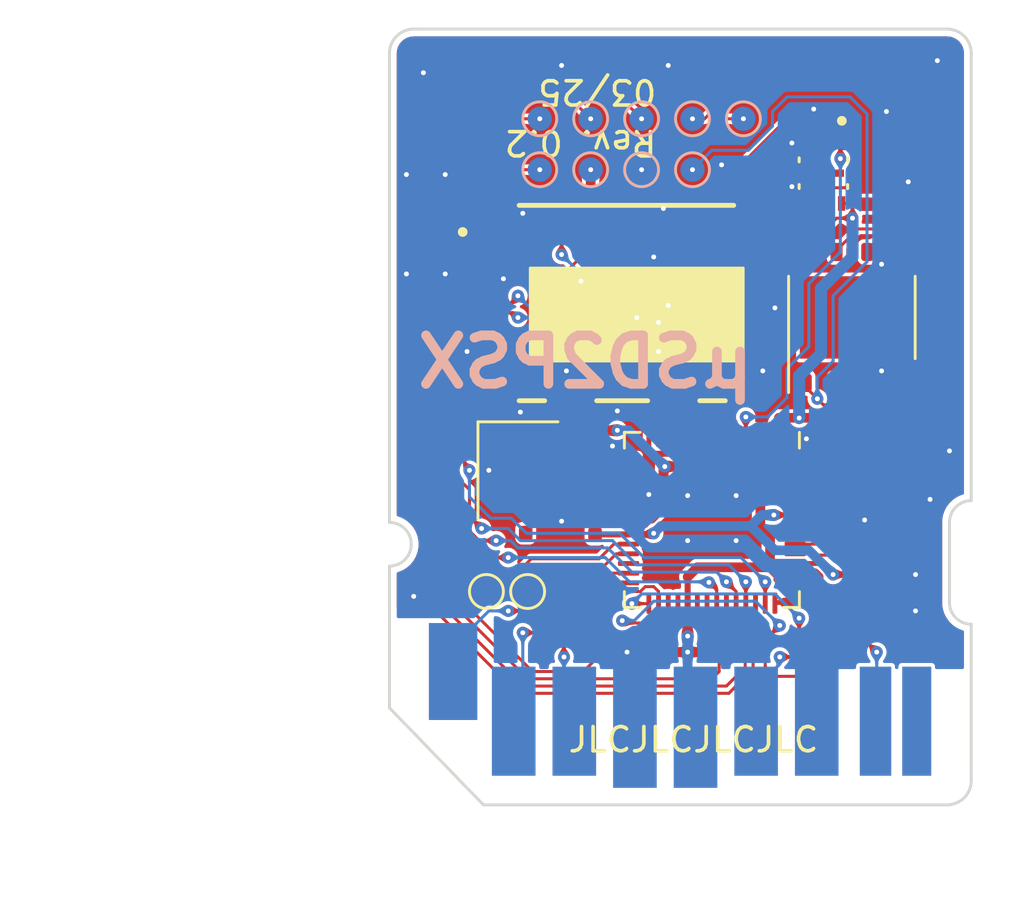
<source format=kicad_pcb>
(kicad_pcb (version 20221018) (generator pcbnew)
  (layers (0 "F.Cu" signal) (31 "B.Cu" signal) (34 "B.Paste" user) (35 "F.Paste" user) (36 "B.SilkS" user "B.Silkscreen") (37 "F.SilkS" user "F.Silkscreen") (38 "B.Mask" user) (39 "F.Mask" user) (44 "Edge.Cuts" user))
  (net 0 "")
  (net 1 "Net-(C102-Pad2)")
  (net 2 "Net-(U102-XOUT)")
  (net 3 "GND")
  (net 4 "+3V3")
  (net 5 "+1V1")
  (net 6 "/UART_TX")
  (net 7 "/UART_RX")
  (net 8 "/OLED_SCL")
  (net 9 "/OLED_SDA")
  (net 11 "/QSPI_SS")
  (net 12 "/USB_IN_DP")
  (net 13 "/USB_DP")
  (net 14 "/USB_IN_DN")
  (net 15 "/USB_DN")
  (net 16 "Net-(U102-XIN)")
  (net 17 "Net-(U102-GPIO16)")
  (net 18 "Net-(U102-GPIO17)")
  (net 19 "Net-(U102-GPIO18)")
  (net 20 "Net-(U102-GPIO19)")
  (net 21 "Net-(U102-GPIO20)")
  (net 22 "/QSPI_IO1")
  (net 23 "/QSPI_IO2")
  (net 24 "/QSPI_IO0")
  (net 25 "/QSPI_CLK")
  (net 26 "/QSPI_IO3")
  (net 32 "/SW1")
  (net 33 "/SW2")
  (net 34 "/PSRAM_CS")
  (net 35 "/PSRAM_IO1")
  (net 36 "/PSRAM_IO2")
  (net 37 "/PSRAM_IO0")
  (net 40 "/PSRAM_CLK")
  (net 41 "/PSRAM_IO3")
  (net 44 "/SYS_SWCLK")
  (net 45 "/SYS_SWDIO")
  (net 48 "/ATT")
  (net 49 "/CMD")
  (net 50 "/CLK")
  (net 51 "/DATA")
  (net 52 "/ACK")
  (net 56 "/SD_CS")
  (net 57 "/SD_MOSI")
  (net 58 "/SD_CLK")
  (net 59 "/SD_MISO")
  (footprint "PS2:R_0402_1005Metric" (layer "F.Cu") (at 119.1 76.84445 -90)
    (fp_text reference "R102")
    (fp_text value "22R")
  )
  (footprint "PS2:R_0402_1005Metric" (layer "F.Cu") (at 116.8 82.1 -90)
    (fp_text reference "R109")
    (fp_text value "22R")
  )
  (footprint "PS2:R_0402_1005Metric" (layer "F.Cu") (at 117.8 73.14445 -90)
    (fp_text reference "R101")
    (fp_text value "10k")
  )
  (footprint "TestPoint:TestPoint_Pad_D1.0mm" (layer "F.Cu") (at 104.5 79.8)
    (fp_text reference "J108")
    (fp_text value "SWD")
  )
  (footprint "PS2:GCT_MEM2085-00-115-00-A_REV0.2" (layer "F.Cu") (at 108.4 67.9 180)
    (fp_text reference "J114" hide)
    (fp_text value "MEM2085-00-115-00-A_REV0.2")
  )
  (footprint "PS2:C_0402_1005Metric" (layer "F.Cu") (at 106.8 77.44445 180)
    (fp_text reference "C105")
    (fp_text value "100n")
  )
  (footprint "PS2:C_0402_1005Metric" (layer "F.Cu") (at 119.5 63.34445 90)
    (fp_text reference "C101")
    (fp_text value "100n")
  )
  (footprint "PS2:R_0402_1005Metric" (layer "F.Cu") (at 120.1 76.8 -90)
    (fp_text reference "R103")
    (fp_text value "22R")
  )
  (footprint "PS2:C_0402_1005Metric" (layer "F.Cu") (at 117.4 76.34445)
    (fp_text reference "C106")
    (fp_text value "100n")
  )
  (footprint "PS2:R_0402_1005Metric" (layer "F.Cu") (at 115.8 82.1 90)
    (fp_text reference "R107")
    (fp_text value "100R")
  )
  (footprint "TestPoint:TestPoint_Pad_D1.0mm" (layer "F.Cu") (at 102.8 79.8)
    (fp_text reference "J107")
    (fp_text value "SWC")
  )
  (footprint "Crystal:Crystal_SMD_3225-4Pin_3.2x2.5mm" (layer "F.Cu") (at 104.1 74.8 -90)
    (fp_text reference "Y101")
    (fp_text value "12MHz")
  )
  (footprint "PS2:C_0402_1005Metric" (layer "F.Cu") (at 109.9 82.3 180)
    (fp_text reference "C13")
    (fp_text value "100n")
  )
  (footprint "PS2:C_0402_1005Metric" (layer "F.Cu") (at 107.4 73.64445 -90)
    (fp_text reference "C112")
    (fp_text value "100n")
  )
  (footprint "PS2:C_0603_1608Metric" (layer "F.Cu") (at 118.8 80.6)
    (fp_text reference "C114")
    (fp_text value "1u")
  )
  (footprint "PS2:C_0402_1005Metric" (layer "F.Cu") (at 116.8 73.14445 -90)
    (fp_text reference "C109")
    (fp_text value "100n")
  )
  (footprint "PS2:IC_W25Q16JVUXIQ_TR" (layer "F.Cu") (at 116.7 62.54445 -90)
    (fp_text reference "U4")
    (fp_text value "LY68L6400SLIT")
  )
  (footprint "PS2:C_0402_1005Metric" (layer "F.Cu") (at 117.4 77.34445)
    (fp_text reference "C111")
    (fp_text value "100n")
  )
  (footprint "PS2:R_0402_1005Metric" (layer "F.Cu") (at 106.5 79.8)
    (fp_text reference "R105")
    (fp_text value "22R")
  )
  (footprint "PS2:C_0402_1005Metric" (layer "F.Cu") (at 104.9 77.4 180)
    (fp_text reference "C103")
    (fp_text value "15p")
  )
  (footprint "PS2:R_0402_1005Metric" (layer "F.Cu") (at 106.5 81.8)
    (fp_text reference "R108")
    (fp_text value "100R")
  )
  (footprint "PS2:C_0402_1005Metric" (layer "F.Cu") (at 106.4 73.64445 -90)
    (fp_text reference "C102")
    (fp_text value "15p")
  )
  (footprint "PS2:R_0402_1005Metric" (layer "F.Cu") (at 106.9 75.04445)
    (fp_text reference "R104")
    (fp_text value "1k")
  )
  (footprint "PS2:C_0402_1005Metric" (layer "F.Cu") (at 118.5 63.34445 90)
    (fp_text reference "C113")
    (fp_text value "100n")
  )
  (footprint "PS2:WSON-8-1EP_6x5mm_P1.27mm_EP3.4x4.3mm" (layer "F.Cu") (at 117.875 68.49445 90)
    (fp_text reference "U101")
    (fp_text value "W25Q16JVUXIQ")
  )
  (footprint "PS2:C_0402_1005Metric" (layer "F.Cu") (at 106.8 76.44445 180)
    (fp_text reference "C110")
    (fp_text value "100n")
  )
  (footprint "PS2:R_0402_1005Metric" (layer "F.Cu") (at 106.5 80.8)
    (fp_text reference "R106")
    (fp_text value "100R")
  )
  (footprint "PS2:C_0603_1608Metric" (layer "F.Cu") (at 118.8 79.1)
    (fp_text reference "C104")
    (fp_text value "1u")
  )
  (footprint "Package_DFN_QFN:QFN-56-1EP_7x7mm_P0.4mm_EP3.2x3.2mm" (layer "F.Cu") (at 112.1 76.84445 -90)
    (fp_text reference "U102")
    (fp_text value "RP2040")
  )
  (footprint "PS2:R_0402_1005Metric" (layer "F.Cu") (at 112.4 82.3)
    (fp_text reference "R9")
    (fp_text value "10k")
  )
  (footprint "TestPoint:TestPoint_Pad_D1.0mm" (layer "B.Cu") (at 107.1 60.3)
    (fp_text reference "J105")
    (fp_text value "SCL")
  )
  (footprint "TestPoint:TestPoint_Pad_D1.0mm" (layer "B.Cu") (at 109.2 60.3)
    (fp_text reference "J106")
    (fp_text value "SDA")
  )
  (footprint "TestPoint:TestPoint_Pad_D1.0mm" (layer "B.Cu") (at 111.3 62.4 180)
    (fp_text reference "J102")
    (fp_text value "BSEL")
  )
  (footprint "TestPoint:TestPoint_Pad_D1.0mm" (layer "B.Cu") (at 111.3 60.3 180)
    (fp_text reference "J111")
    (fp_text value "DN")
  )
  (footprint "TestPoint:TestPoint_Pad_D1.0mm" (layer "B.Cu") (at 109.2 62.4)
    (fp_text reference "J103")
    (fp_text value "GND")
  )
  (footprint "TestPoint:TestPoint_Pad_D1.0mm" (layer "B.Cu") (at 113.4 60.3 180)
    (fp_text reference "J110")
    (fp_text value "DP")
  )
  (footprint "PS2:SD_Pins" (layer "B.Cu") (at 110.8 85.15)
    (fp_text reference "J101")
    (fp_text value "PS2")
    (fp_line (start -12 -8.2) (end -12 -27.55) (stroke (width 0.12)) (layer "Edge.Cuts"))
    (fp_line (start -12 -6.4) (end -12 -0.55) (stroke (width 0.12)) (layer "Edge.Cuts"))
    (fp_line (start -8.125 3.45) (end -12 -0.55) (stroke (width 0.12)) (layer "Edge.Cuts"))
    (fp_line (start -8.125 3.45) (end 11 3.45) (stroke (width 0.12)) (layer "Edge.Cuts"))
    (fp_line (start 11 -28.55) (end -11 -28.55) (stroke (width 0.12)) (layer "Edge.Cuts"))
    (fp_line (start 11.1 -8.2) (end 11.1 -4.9) (stroke (width 0.12)) (layer "Edge.Cuts"))
    (fp_line (start 12 -9.1) (end 12 -27.55) (stroke (width 0.12)) (layer "Edge.Cuts"))
    (fp_line (start 12 -4) (end 12 2.45) (stroke (width 0.12)) (layer "Edge.Cuts"))
    (fp_arc (start -12 -27.55) (mid -11.707106 -28.257106) (end -11 -28.55) (stroke (width 0.12)) (layer "Edge.Cuts"))
    (fp_arc (start -12 -8.2) (mid -11.1 -7.3) (end -12 -6.4) (stroke (width 0.12)) (layer "Edge.Cuts"))
    (fp_arc (start 11 -28.55) (mid 11.707107 -28.257107) (end 12 -27.55) (stroke (width 0.12)) (layer "Edge.Cuts"))
    (fp_arc (start 11.1 -8.2) (mid 11.363604 -8.836396) (end 12 -9.1) (stroke (width 0.12)) (layer "Edge.Cuts"))
    (fp_arc (start 12 -4) (mid 11.363604 -4.263604) (end 11.1 -4.9) (stroke (width 0.12)) (layer "Edge.Cuts"))
    (fp_arc (start 12 2.45) (mid 11.707107 3.157107) (end 11 3.45) (stroke (width 0.12)) (layer "Edge.Cuts"))
  )
  (footprint "TestPoint:TestPoint_Pad_D1.0mm" (layer "B.Cu") (at 107.1 62.4)
    (fp_text reference "J104")
    (fp_text value "3V3")
  )
  (footprint "TestPoint:TestPoint_Pad_D1.0mm" (layer "B.Cu") (at 105 62.4 180)
    (fp_text reference "J112")
    (fp_text value "GND")
  )
  (footprint "TestPoint:TestPoint_Pad_D1.0mm" (layer "B.Cu") (at 105 60.3 180)
    (fp_text reference "J113")
    (fp_text value "3V3")
  )
  (gr_text "µSD2PSX" (at 114 71.5) (layer "B.SilkS") (effects (font (size 2 2) (thickness 0.4) bold) (justify left bottom mirror)))
  (gr_text "03/25" (at 109.9 58.6 180) (layer "F.SilkS") (effects (font (size 1 1)) (justify left bottom)))
  (gr_text "JLCJLCJLCJLC" (at 106.1 86.5) (layer "F.SilkS") (effects (font (size 1 1)) (justify left bottom)))
  (gr_text "Rev. 0.2" (at 109.9 60.7 180) (layer "F.SilkS") (effects (font (size 1 1)) (justify left bottom)))
  (segment (start 105.6 74.7) (end 105.94445 75.04445) (width 0.125) (layer "F.Cu") (net 1))
  (segment (start 105.94445 75.04445) (end 106.39 75.04445) (width 0.125) (layer "F.Cu") (net 1))
  (segment (start 103.35 73.7) (end 103.35 73.85) (width 0.125) (layer "F.Cu") (net 1))
  (segment (start 106.4 75.03445) (end 106.39 75.04445) (width 0.125) (layer "F.Cu") (net 1))
  (segment (start 103.35 73.85) (end 104.2 74.7) (width 0.125) (layer "F.Cu") (net 1))
  (segment (start 104.2 74.7) (end 105.6 74.7) (width 0.125) (layer "F.Cu") (net 1))
  (segment (start 106.4 74.12445) (end 106.4 75.03445) (width 0.125) (layer "F.Cu") (net 1))
  (segment (start 107.8 76.4) (end 108.04445 76.64445) (width 0.1) (layer "F.Cu") (net 2))
  (segment (start 107.8 75.975) (end 107.8 76.4) (width 0.1) (layer "F.Cu") (net 2))
  (segment (start 108.04445 76.64445) (end 108.6625 76.64445) (width 0.1) (layer "F.Cu") (net 2))
  (segment (start 105.05 75.9) (end 105.25 75.7) (width 0.125) (layer "F.Cu") (net 2))
  (segment (start 105.25 75.7) (end 107.525 75.7) (width 0.1) (layer "F.Cu") (net 2))
  (segment (start 107.525 75.7) (end 107.8 75.975) (width 0.1) (layer "F.Cu") (net 2))
  (segment (start 104.52 76.43) (end 105.05 75.9) (width 0.125) (layer "F.Cu") (net 2))
  (segment (start 104.52 77.4) (end 104.52 76.43) (width 0.125) (layer "F.Cu") (net 2))
  (segment (start 109.42 82.3) (end 108.6 82.3) (width 0.3) (layer "F.Cu") (net 3))
  (via (at 99.5 66.7) (size 0.5) (drill 0.2) (layers "F.Cu" "B.Cu") (net 3))
  (via (at 119.3 60) (size 0.5) (drill 0.2) (layers "F.Cu" "B.Cu") (net 3))
  (via (at 102 69.9) (size 0.5) (drill 0.2) (layers "F.Cu" "B.Cu") (net 3))
  (via (at 114.7 68.1) (size 0.5) (drill 0.2) (layers "F.Cu" "B.Cu") (net 3))
  (via (at 116.3 59.9) (size 0.5) (drill 0.2) (layers "F.Cu" "B.Cu") (net 3))
  (via (at 116 73.5) (size 0.5) (drill 0.2) (layers "F.Cu" "B.Cu") (net 3))
  (via (at 121.9 74) (size 0.5) (drill 0.2) (layers "F.Cu" "B.Cu") (net 3))
  (via (at 118.4 76.85) (size 0.5) (drill 0.2) (layers "F.Cu" "B.Cu") (net 3))
  (via (at 121.4 57.9) (size 0.5) (drill 0.2) (layers "F.Cu" "B.Cu") (net 3))
  (via (at 114.2 70.7) (size 0.5) (drill 0.2) (layers "F.Cu" "B.Cu") (net 3))
  (via (at 112.5 62.2) (size 0.5) (drill 0.2) (layers "F.Cu" "B.Cu") (net 3))
  (via (at 105.9 58.1) (size 0.5) (drill 0.2) (layers "F.Cu" "B.Cu") (net 3))
  (via (at 109.7 66) (size 0.5) (drill 0.2) (layers "F.Cu" "B.Cu") (net 3))
  (via (at 110.1 64) (size 0.5) (drill 0.2) (layers "F.Cu" "B.Cu") (net 3))
  (via (at 113.1 75.84445) (size 0.5) (drill 0.2) (layers "F.Cu" "B.Cu") (net 3))
  (via (at 120.2 62.9) (size 0.5) (drill 0.2) (layers "F.Cu" "B.Cu") (net 3))
  (via (at 101.1 66.7) (size 0.5) (drill 0.2) (layers "F.Cu" "B.Cu") (net 3))
  (via (at 121.1 76) (size 0.5) (drill 0.2) (layers "F.Cu" "B.Cu") (net 3))
  (via (at 103.5 66.9) (size 0.5) (drill 0.2) (layers "F.Cu" "B.Cu") (net 3))
  (via (at 108.2 72.35) (size 0.5) (drill 0.2) (layers "F.Cu" "B.Cu") (net 3))
  (via (at 109.2 62.4) (size 0.5) (drill 0.2) (layers "F.Cu" "B.Cu") (net 3))
  (via (at 120.5 79.1) (size 0.5) (drill 0.2) (layers "F.Cu" "B.Cu") (net 3))
  (via (at 120.5 80.6) (size 0.5) (drill 0.2) (layers "F.Cu" "B.Cu") (net 3))
  (via (at 106.1 70.7) (size 0.5) (drill 0.2) (layers "F.Cu" "B.Cu") (net 3))
  (via (at 110.3 58.1) (size 0.5) (drill 0.2) (layers "F.Cu" "B.Cu") (net 3))
  (via (at 113.1 77.7) (size 0.5) (drill 0.2) (layers "F.Cu" "B.Cu") (net 3))
  (via (at 99.8 80) (size 0.5) (drill 0.2) (layers "F.Cu" "B.Cu") (net 3))
  (via (at 115.4 63.1) (size 0.5) (drill 0.2) (layers "F.Cu" "B.Cu") (net 3))
  (via (at 119.1 70.7) (size 0.5) (drill 0.2) (layers "F.Cu" "B.Cu") (net 3))
  (via (at 109.9 69.9) (size 0.5) (drill 0.2) (layers "F.Cu" "B.Cu") (net 3))
  (via (at 101.1 62.6) (size 0.5) (drill 0.2) (layers "F.Cu" "B.Cu") (net 3))
  (via (at 111.1 75.84445) (size 0.5) (drill 0.2) (layers "F.Cu" "B.Cu") (net 3))
  (via (at 115.4 61.3) (size 0.5) (drill 0.2) (layers "F.Cu" "B.Cu") (net 3))
  (via (at 104.3 64.2) (size 0.5) (drill 0.2) (layers "F.Cu" "B.Cu") (net 3))
  (via (at 105.9 76.9) (size 0.5) (drill 0.2) (layers "F.Cu" "B.Cu") (net 3))
  (via (at 99.5 62.6) (size 0.5) (drill 0.2) (layers "F.Cu" "B.Cu") (net 3))
  (via (at 102.9 74.8) (size 0.5) (drill 0.2) (layers "F.Cu" "B.Cu") (net 3))
  (via (at 108.6 82.3) (size 0.5) (drill 0.2) (layers "F.Cu" "B.Cu") (net 3))
  (via (at 111.1 77.7) (size 0.5) (drill 0.2) (layers "F.Cu" "B.Cu") (net 3))
  (via (at 119.1 66.3) (size 0.5) (drill 0.2) (layers "F.Cu" "B.Cu") (net 3))
  (via (at 108 73.8) (size 0.5) (drill 0.2) (layers "F.Cu" "B.Cu") (net 3))
  (via (at 109.9 68.7) (size 0.5) (drill 0.2) (layers "F.Cu" "B.Cu") (net 3))
  (via (at 100.2 58.4) (size 0.5) (drill 0.2) (layers "F.Cu" "B.Cu") (net 3))
  (via (at 104.2 72.4) (size 0.5) (drill 0.2) (layers "F.Cu" "B.Cu") (net 3))
  (via (at 109.5 75.8) (size 0.5) (drill 0.2) (layers "F.Cu" "B.Cu") (net 3))
  (segment (start 107.32 71.12) (end 107.32 64.32) (width 0.4) (layer "F.Cu") (net 4))
  (segment (start 116.24445 77.04445) (end 116.3 77.1) (width 0.2) (layer "F.Cu") (net 4))
  (segment (start 107.38 76.52445) (end 107.38 76.44445) (width 0.3) (layer "F.Cu") (net 4))
  (segment (start 107.4 73.16445) (end 107.4 71.2) (width 0.4) (layer "F.Cu") (net 4))
  (segment (start 115.5375 79.44445) (end 114.87445 79.44445) (width 0.2) (layer "F.Cu") (net 4))
  (segment (start 114.1 74.64445) (end 114.1 77.1) (width 0.4) (layer "F.Cu") (net 4))
  (segment (start 110.15555 74.64445) (end 110.8 74.64445) (width 0.4) (layer "F.Cu") (net 4))
  (segment (start 111.1 80.28195) (end 111.1 81) (width 0.25) (layer "F.Cu") (net 4))
  (segment (start 114.74445 79.31445) (end 114.74445 79.04445) (width 0.2) (layer "F.Cu") (net 4))
  (segment (start 107.38 76.44445) (end 107.38 76.54445) (width 0.2) (layer "F.Cu") (net 4))
  (segment (start 109.35555 77.04445) (end 109.6 76.8) (width 0.25) (layer "F.Cu") (net 4))
  (segment (start 111.1 82.3) (end 110.68 82.3) (width 0.4) (layer "F.Cu") (net 4))
  (segment (start 111.5 78.8) (end 114.5 78.8) (width 0.4) (layer "F.Cu") (net 4))
  (segment (start 116.5 79.4) (end 116.45555 79.44445) (width 0.2) (layer "F.Cu") (net 4))
  (segment (start 114.55555 77.44445) (end 114.5 77.5) (width 0.2) (layer "F.Cu") (net 4))
  (segment (start 117.9 64.4) (end 117.9 63.79445) (width 0.125) (layer "F.Cu") (net 4))
  (segment (start 107.28 76.44445) (end 107.38 76.44445) (width 0.25) (layer "F.Cu") (net 4))
  (segment (start 110.8 74.64445) (end 111.05555 74.64445) (width 0.25) (layer "F.Cu") (net 4))
  (segment (start 116.34445 79.04445) (end 116.5 79.2) (width 0.4) (layer "F.Cu") (net 4))
  (segment (start 116.45555 79.44445) (end 115.5375 79.44445) (width 0.2) (layer "F.Cu") (net 4))
  (segment (start 114.728125 80.253825) (end 114.7 80.28195) (width 0.2) (layer "F.Cu") (net 4))
  (segment (start 114.5 77.5) (end 114.5 78.8) (width 0.4) (layer "F.Cu") (net 4))
  (segment (start 114.4 74.3) (end 114.7 74) (width 0.25) (layer "F.Cu") (net 4))
  (segment (start 115.5 80.253825) (end 116.6 80.253825) (width 0.4) (layer "F.Cu") (net 4))
  (segment (start 108.6625 77.04445) (end 109.35555 77.04445) (width 0.25) (layer "F.Cu") (net 4))
  (segment (start 114.5 78.8) (end 114.74445 79.04445) (width 0.4) (layer "F.Cu") (net 4))
  (segment (start 119.47 63.79445) (end 119.5 63.82445) (width 0.125) (layer "F.Cu") (net 4))
  (segment (start 116.34445 79.04445) (end 115.5375 79.04445) (width 0.2) (layer "F.Cu") (net 4))
  (segment (start 115.97 65.79445) (end 115.97 65.67445) (width 0.125) (layer "F.Cu") (net 4))
  (segment (start 117.45 63.79445) (end 119.47 63.79445) (width 0.125) (layer "F.Cu") (net 4))
  (segment (start 114.1 77.1) (end 114.5 77.5) (width 0.4) (layer "F.Cu") (net 4))
  (segment (start 117.9 63.79445) (end 119.47 63.79445) (width 0.125) (layer "F.Cu") (net 4))
  (segment (start 111.05555 74.64445) (end 111.1 74.6) (width 0.25) (layer "F.Cu") (net 4))
  (segment (start 115.1 80.253825) (end 115.5 80.253825) (width 0.4) (layer "F.Cu") (net 4))
  (segment (start 108.2 73.15) (end 108.18555 73.16445) (width 0.4) (layer "F.Cu") (net 4))
  (segment (start 108.21445 73.16445) (end 108.2 73.15) (width 0.4) (layer "F.Cu") (net 4))
  (segment (start 116.5 79.2) (end 116.5 79.4) (width 0.4) (layer "F.Cu") (net 4))
  (segment (start 115.97 65.67445) (end 117.24445 64.4) (width 0.125) (layer "F.Cu") (net 4))
  (segment (start 114.86555 72.63445) (end 114.7 72.8) (width 0.25) (layer "F.Cu") (net 4))
  (segment (start 111.1 80.28195) (end 111.1 79.2) (width 0.25) (layer "F.Cu") (net 4))
  (segment (start 116.853825 80.253825) (end 117.2 80.6) (width 0.4) (layer "F.Cu") (net 4))
  (segment (start 116.5 79.4) (end 116.5 80.153825) (width 0.4) (layer "F.Cu") (net 4))
  (segment (start 110.8 74.64445) (end 114.1 74.64445) (width 0.4) (layer "F.Cu") (net 4))
  (segment (start 116.3 77.1) (end 116.3 77.44445) (width 0.2) (layer "F.Cu") (net 4))
  (segment (start 114.7 72.8) (end 114.7 73.40695) (width 0.25) (layer "F.Cu") (net 4))
  (segment (start 108.18555 73.16445) (end 107.4 73.16445) (width 0.4) (layer "F.Cu") (net 4))
  (segment (start 114.87445 79.44445) (end 114.74445 79.31445) (width 0.2) (layer "F.Cu") (net 4))
  (segment (start 107.88 77.04445) (end 108.6625 77.04445) (width 0.2) (layer "F.Cu") (net 4))
  (segment (start 110.1 74.7) (end 110.1 76.3) (width 0.4) (layer "F.Cu") (net 4))
  (segment (start 117.24445 64.4) (end 117.9 64.4) (width 0.125) (layer "F.Cu") (net 4))
  (segment (start 107.38 76.64445) (end 107.38 76.44445) (width 0.2) (layer "F.Cu") (net 4))
  (segment (start 116.3 77.44445) (end 114.55555 77.44445) (width 0.2) (layer "F.Cu") (net 4))
  (segment (start 110.1 76.3) (end 109.6 76.8) (width 0.4) (layer "F.Cu") (net 4))
  (segment (start 115.5375 77.04445) (end 116.24445 77.04445) (width 0.2) (layer "F.Cu") (net 4))
  (segment (start 111.1 82.3) (end 111.89 82.3) (width 0.4) (layer "F.Cu") (net 4))
  (segment (start 111.1 74.6) (end 111.1 73.40695) (width 0.25) (layer "F.Cu") (net 4))
  (segment (start 111.1 81.64) (end 111.1 82.3) (width 0.4) (layer "F.Cu") (net 4))
  (segment (start 117.2 80.6) (end 118.025 80.6) (width 0.4) (layer "F.Cu") (net 4))
  (segment (start 114.7 74) (end 114.7 73.40695) (width 0.25) (layer "F.Cu") (net 4))
  (segment (start 111.1 79.2) (end 111.5 78.8) (width 0.4) (layer "F.Cu") (net 4))
  (segment (start 107.4 71.2) (end 107.32 71.12) (width 0.4) (layer "F.Cu") (net 4))
  (segment (start 116.5 80.153825) (end 116.6 80.253825) (width 0.2) (layer "F.Cu") (net 4))
  (segment (start 117.8 72.63445) (end 114.86555 72.63445) (width 0.4) (layer "F.Cu") (net 4))
  (segment (start 110.15555 74.64445) (end 110.1 74.7) (width 0.4) (layer "F.Cu") (net 4))
  (segment (start 107.1 64.1) (end 107.1 62.4) (width 0.4) (layer "F.Cu") (net 4))
  (segment (start 107.32 64.32) (end 107.1 64.1) (width 0.4) (layer "F.Cu") (net 4))
  (segment (start 114.4 74.34445) (end 114.1 74.64445) (width 0.4) (layer "F.Cu") (net 4))
  (segment (start 116.3 77.44445) (end 116.72 77.44445) (width 0.25) (layer "F.Cu") (net 4))
  (segment (start 111.1 81) (end 111.1 81.64) (width 0.4) (layer "F.Cu") (net 4))
  (segment (start 107.38 76.54445) (end 107.88 77.04445) (width 0.2) (layer "F.Cu") (net 4))
  (segment (start 114.74445 79.04445) (end 115.5375 79.04445) (width 0.2) (layer "F.Cu") (net 4))
  (segment (start 116.6 80.253825) (end 116.853825 80.253825) (width 0.4) (layer "F.Cu") (net 4))
  (segment (start 115.1 80.253825) (end 114.728125 80.253825) (width 0.2) (layer "F.Cu") (net 4))
  (via (at 111.1 82.3) (size 0.5) (drill 0.2) (layers "F.Cu" "B.Cu") (net 4))
  (via (at 115.7 72.64445) (size 0.5) (drill 0.2) (layers "F.Cu" "B.Cu") (net 4))
  (via (at 110.15555 74.64445) (size 0.5) (drill 0.2) (layers "F.Cu" "B.Cu") (net 4))
  (via (at 108.2 73.15) (size 0.5) (drill 0.2) (layers "F.Cu" "B.Cu") (net 4))
  (via (at 111.1 81.64) (size 0.5) (drill 0.2) (layers "F.Cu" "B.Cu") (net 4))
  (via (at 117.9 64.4) (size 0.5) (drill 0.2) (layers "F.Cu" "B.Cu") (net 4))
  (via (at 107.1 62.4) (size 0.5) (drill 0.2) (layers "F.Cu" "B.Cu") (net 4))
  (segment (start 111.1 82.3) (end 111.1 84.675) (width 0.4) (layer "B.Cu") (net 4))
  (segment (start 111.3 84.875) (end 110.9 84.875) (width 0.25) (layer "B.Cu") (net 4))
  (segment (start 111.1 84.675) (end 111.3 84.875) (width 0.4) (layer "B.Cu") (net 4))
  (segment (start 116.6 70) (end 115.7 70.9) (width 0.5) (layer "B.Cu") (net 4))
  (segment (start 117.9 64.4) (end 117.9 66) (width 0.5) (layer "B.Cu") (net 4))
  (segment (start 111.1 81.64) (end 111.1 82.3) (width 0.4) (layer "B.Cu") (net 4))
  (segment (start 115.7 70.9) (end 115.7 72.64445) (width 0.5) (layer "B.Cu") (net 4))
  (segment (start 116.6 67.3) (end 116.6 70) (width 0.5) (layer "B.Cu") (net 4))
  (segment (start 110.9 84.875) (end 111.425 85.4) (width 0.25) (layer "B.Cu") (net 4))
  (segment (start 117.9 66) (end 116.6 67.3) (width 0.5) (layer "B.Cu") (net 4))
  (segment (start 108.2 73.15) (end 108.6611 73.15) (width 0.4) (layer "B.Cu") (net 4))
  (segment (start 108.6611 73.15) (end 110.15555 74.64445) (width 0.4) (layer "B.Cu") (net 4))
  (segment (start 117.1 79.1) (end 116.64445 78.64445) (width 0.2) (layer "F.Cu") (net 5))
  (segment (start 117.1 79.1) (end 118.025 79.1) (width 0.25) (layer "F.Cu") (net 5))
  (segment (start 108.6625 77.44445) (end 107.53 77.44445) (width 0.25) (layer "F.Cu") (net 5))
  (segment (start 117.825 79.1) (end 118.025 79.1) (width 0.125) (layer "F.Cu") (net 5))
  (segment (start 109.65555 77.44445) (end 108.6625 77.44445) (width 0.25) (layer "F.Cu") (net 5))
  (segment (start 115.5375 76.64445) (end 116.62 76.64445) (width 0.2) (layer "F.Cu") (net 5))
  (segment (start 109.7 77.4) (end 109.65555 77.44445) (width 0.125) (layer "F.Cu") (net 5))
  (segment (start 116.62 76.64445) (end 116.92 76.34445) (width 0.2) (layer "F.Cu") (net 5))
  (segment (start 116.64445 78.64445) (end 115.5375 78.64445) (width 0.2) (layer "F.Cu") (net 5))
  (segment (start 107.53 77.44445) (end 107.38 77.59445) (width 0.125) (layer "F.Cu") (net 5))
  (segment (start 114.65555 76.64445) (end 115.5375 76.64445) (width 0.2) (layer "F.Cu") (net 5))
  (via (at 109.7 77.4) (size 0.5) (drill 0.2) (layers "F.Cu" "B.Cu") (net 5))
  (via (at 114.65555 76.64445) (size 0.5) (drill 0.2) (layers "F.Cu" "B.Cu") (net 5))
  (via (at 117.1 79.1) (size 0.5) (drill 0.2) (layers "F.Cu" "B.Cu") (net 5))
  (segment (start 114.15555 76.64445) (end 113.7 77.1) (width 0.4) (layer "B.Cu") (net 5))
  (segment (start 113.7 77.1) (end 110 77.1) (width 0.4) (layer "B.Cu") (net 5))
  (segment (start 114.65555 76.64445) (end 114.15555 76.64445) (width 0.4) (layer "B.Cu") (net 5))
  (segment (start 117.1 79.1) (end 116.1 78.1) (width 0.4) (layer "B.Cu") (net 5))
  (segment (start 116.1 78.1) (end 114.7 78.1) (width 0.4) (layer "B.Cu") (net 5))
  (segment (start 110 77.1) (end 109.7 77.4) (width 0.4) (layer "B.Cu") (net 5))
  (segment (start 114.7 78.1) (end 113.7 77.1) (width 0.4) (layer "B.Cu") (net 5))
  (segment (start 101.1 78.3) (end 101.1 80.5) (width 0.125) (layer "F.Cu") (net 8))
  (segment (start 107.1 60.3) (end 106 59.2) (width 0.125) (layer "F.Cu") (net 8))
  (segment (start 106 59.2) (end 103.7 59.2) (width 0.125) (layer "F.Cu") (net 8))
  (segment (start 100.65 76.35) (end 100.65 77.85) (width 0.125) (layer "F.Cu") (net 8))
  (segment (start 100.45 67.95) (end 100.1 68.3) (width 0.125) (layer "F.Cu") (net 8))
  (segment (start 112.7 80.9) (end 112.7 80.28195) (width 0.125) (layer "F.Cu") (net 8))
  (segment (start 103.7 59.2) (end 100.45 62.45) (width 0.125) (layer "F.Cu") (net 8))
  (segment (start 100.65 77.85) (end 101.1 78.3) (width 0.125) (layer "F.Cu") (net 8))
  (segment (start 113.475 81.675) (end 112.7 80.9) (width 0.125) (layer "F.Cu") (net 8))
  (segment (start 101.1 80.5) (end 104.3 83.7) (width 0.125) (layer "F.Cu") (net 8))
  (segment (start 112.7 83.7) (end 113.475 82.925) (width 0.125) (layer "F.Cu") (net 8))
  (segment (start 100.45 62.45) (end 100.45 67.95) (width 0.125) (layer "F.Cu") (net 8))
  (segment (start 100.1 75.8) (end 100.65 76.35) (width 0.125) (layer "F.Cu") (net 8))
  (segment (start 104.3 83.7) (end 112.7 83.7) (width 0.125) (layer "F.Cu") (net 8))
  (segment (start 113.475 82.925) (end 113.475 81.675) (width 0.125) (layer "F.Cu") (net 8))
  (segment (start 100.1 68.3) (end 100.1 75.8) (width 0.125) (layer "F.Cu") (net 8))
  (via (at 107.1 60.3) (size 0.5) (drill 0.2) (layers "F.Cu" "B.Cu") (net 8))
  (segment (start 100.362495 77.937505) (end 100.8 78.375009) (width 0.125) (layer "F.Cu") (net 9))
  (segment (start 100.8 78.375009) (end 100.8 80.7) (width 0.125) (layer "F.Cu") (net 9))
  (segment (start 113.9 80.9) (end 113.9 80.28195) (width 0.125) (layer "F.Cu") (net 9))
  (segment (start 113.8 81) (end 113.9 80.9) (width 0.125) (layer "F.Cu") (net 9))
  (segment (start 107.8 58.9) (end 103.5 58.9) (width 0.125) (layer "F.Cu") (net 9))
  (segment (start 100.362495 76.562495) (end 100.362495 77.937505) (width 0.125) (layer "F.Cu") (net 9))
  (segment (start 99.8 68.2) (end 99.8 76) (width 0.125) (layer "F.Cu") (net 9))
  (segment (start 109.2 60.3) (end 107.8 58.9) (width 0.125) (layer "F.Cu") (net 9))
  (segment (start 100.8 80.7) (end 104.1 84) (width 0.125) (layer "F.Cu") (net 9))
  (segment (start 100.1 67.9) (end 99.8 68.2) (width 0.125) (layer "F.Cu") (net 9))
  (segment (start 99.8 76) (end 100.362495 76.562495) (width 0.125) (layer "F.Cu") (net 9))
  (segment (start 103.5 58.9) (end 100.1 62.3) (width 0.125) (layer "F.Cu") (net 9))
  (segment (start 113.8 83) (end 113.8 81) (width 0.125) (layer "F.Cu") (net 9))
  (segment (start 112.8 84) (end 113.8 83) (width 0.125) (layer "F.Cu") (net 9))
  (segment (start 104.1 84) (end 112.8 84) (width 0.125) (layer "F.Cu") (net 9))
  (segment (start 100.1 62.3) (end 100.1 67.9) (width 0.125) (layer "F.Cu") (net 9))
  (via (at 109.2 60.3) (size 0.5) (drill 0.2) (layers "F.Cu" "B.Cu") (net 9))
  (segment (start 117.79 73.65445) (end 117.2 74.24445) (width 0.125) (layer "F.Cu") (net 11))
  (segment (start 115.97 71.37) (end 115.97 71.19445) (width 0.125) (layer "F.Cu") (net 11))
  (segment (start 115.97555 71.2) (end 115.97 71.19445) (width 0.125) (layer "F.Cu") (net 11))
  (segment (start 117.8 73.65445) (end 117.79 73.65445) (width 0.125) (layer "F.Cu") (net 11))
  (segment (start 117.8 73.65445) (end 118.5 72.95445) (width 0.125) (layer "F.Cu") (net 11))
  (segment (start 116.7 72.1) (end 115.97 71.37) (width 0.125) (layer "F.Cu") (net 11))
  (segment (start 118.5 72.95445) (end 118.5 72.4) (width 0.125) (layer "F.Cu") (net 11))
  (segment (start 115.5375 74.24445) (end 117.2 74.24445) (width 0.125) (layer "F.Cu") (net 11))
  (segment (start 118.2 72.1) (end 116.7 72.1) (width 0.125) (layer "F.Cu") (net 11))
  (segment (start 118.5 72.4) (end 118.2 72.1) (width 0.125) (layer "F.Cu") (net 11))
  (via (at 111.3 62.4) (size 0.5) (drill 0.2) (layers "F.Cu" "B.Cu") (net 11))
  (via (at 116.45 71.85) (size 0.5) (drill 0.2) (layers "F.Cu" "B.Cu") (net 11))
  (segment (start 114.6 60) (end 115.2 59.4) (width 0.125) (layer "B.Cu") (net 11))
  (segment (start 118.5 60.1) (end 118.5 66.2) (width 0.125) (layer "B.Cu") (net 11))
  (segment (start 115.2 59.4) (end 117.8 59.4) (width 0.125) (layer "B.Cu") (net 11))
  (segment (start 118.5 66.2) (end 117.1 67.6) (width 0.125) (layer "B.Cu") (net 11))
  (segment (start 117.1 67.6) (end 117.1 70.3) (width 0.125) (layer "B.Cu") (net 11))
  (segment (start 113.6 61.6) (end 114.6 60.6) (width 0.125) (layer "B.Cu") (net 11))
  (segment (start 117.8 59.4) (end 118.5 60.1) (width 0.125) (layer "B.Cu") (net 11))
  (segment (start 116.45 70.95) (end 116.45 71.85) (width 0.125) (layer "B.Cu") (net 11))
  (segment (start 111.3 62.4) (end 112.1 61.6) (width 0.125) (layer "B.Cu") (net 11))
  (segment (start 114.6 60.6) (end 114.6 60) (width 0.125) (layer "B.Cu") (net 11))
  (segment (start 117.1 70.3) (end 116.45 70.95) (width 0.125) (layer "B.Cu") (net 11))
  (segment (start 112.1 61.6) (end 113.6 61.6) (width 0.125) (layer "B.Cu") (net 11))
  (segment (start 119.5 76.1) (end 119.26555 76.33445) (width 0.125) (layer "F.Cu") (net 12))
  (segment (start 119.5 75.7) (end 119.5 76.1) (width 0.125) (layer "F.Cu") (net 12))
  (segment (start 121.6 61) (end 121.6 72.6) (width 0.125) (layer "F.Cu") (net 12))
  (segment (start 120.8 74.4) (end 119.5 75.7) (width 0.125) (layer "F.Cu") (net 12))
  (segment (start 121.6 72.6) (end 120.8 73.4) (width 0.125) (layer "F.Cu") (net 12))
  (segment (start 112.4 59.5) (end 113 58.9) (width 0.125) (layer "F.Cu") (net 12))
  (segment (start 119.26555 76.33445) (end 119.1 76.33445) (width 0.125) (layer "F.Cu") (net 12))
  (segment (start 119.5 58.9) (end 121.6 61) (width 0.125) (layer "F.Cu") (net 12))
  (segment (start 112.4 60) (end 112.4 59.5) (width 0.125) (layer "F.Cu") (net 12))
  (segment (start 113.4 60.3) (end 112.7 60.3) (width 0.125) (layer "F.Cu") (net 12))
  (segment (start 118.9 76.33445) (end 119.06555 76.33445) (width 0.125) (layer "F.Cu") (net 12))
  (segment (start 120.8 73.4) (end 120.8 74.4) (width 0.125) (layer "F.Cu") (net 12))
  (segment (start 112.7 60.3) (end 112.4 60) (width 0.125) (layer "F.Cu") (net 12))
  (segment (start 113 58.9) (end 119.5 58.9) (width 0.125) (layer "F.Cu") (net 12))
  (via (at 113.4 60.3) (size 0.5) (drill 0.2) (layers "F.Cu" "B.Cu") (net 12))
  (segment (start 119.4 77.65445) (end 119.1 77.35445) (width 0.125) (layer "F.Cu") (net 13))
  (segment (start 119.2 78) (end 119.4 77.8) (width 0.125) (layer "F.Cu") (net 13))
  (segment (start 119.4 77.8) (end 119.4 77.65445) (width 0.125) (layer "F.Cu") (net 13))
  (segment (start 116.6 78) (end 119.2 78) (width 0.125) (layer "F.Cu") (net 13))
  (segment (start 115.5375 77.84445) (end 116.44445 77.84445) (width 0.125) (layer "F.Cu") (net 13))
  (segment (start 116.44445 77.84445) (end 116.6 78) (width 0.125) (layer "F.Cu") (net 13))
  (segment (start 119.8 75.8) (end 119.8 76) (width 0.125) (layer "F.Cu") (net 14))
  (segment (start 119.9 76.1) (end 119.9 76.33445) (width 0.125) (layer "F.Cu") (net 14))
  (segment (start 121.1 73.6) (end 121.1 74.5) (width 0.125) (layer "F.Cu") (net 14))
  (segment (start 119.8 76) (end 119.9 76.1) (width 0.125) (layer "F.Cu") (net 14))
  (segment (start 121.1 74.5) (end 119.8 75.8) (width 0.125) (layer "F.Cu") (net 14))
  (segment (start 112.9 58.6) (end 119.6 58.6) (width 0.125) (layer "F.Cu") (net 14))
  (segment (start 121.9 72.8) (end 121.1 73.6) (width 0.125) (layer "F.Cu") (net 14))
  (segment (start 119.6 58.6) (end 121.9 60.9) (width 0.125) (layer "F.Cu") (net 14))
  (segment (start 111.3 60.3) (end 111.8 60.3) (width 0.125) (layer "F.Cu") (net 14))
  (segment (start 112.1 60) (end 112.1 59.4) (width 0.125) (layer "F.Cu") (net 14))
  (segment (start 111.8 60.3) (end 112.1 60) (width 0.125) (layer "F.Cu") (net 14))
  (segment (start 112.1 59.4) (end 112.9 58.6) (width 0.125) (layer "F.Cu") (net 14))
  (segment (start 121.9 60.9) (end 121.9 72.8) (width 0.125) (layer "F.Cu") (net 14))
  (via (at 111.3 60.3) (size 0.5) (drill 0.2) (layers "F.Cu" "B.Cu") (net 14))
  (segment (start 119.3 78.3) (end 119.7 77.9) (width 0.125) (layer "F.Cu") (net 15))
  (segment (start 119.7 77.55445) (end 119.9 77.35445) (width 0.125) (layer "F.Cu") (net 15))
  (segment (start 116.45555 78.3) (end 119.3 78.3) (width 0.125) (layer "F.Cu") (net 15))
  (segment (start 115.5375 78.24445) (end 116.4 78.24445) (width 0.125) (layer "F.Cu") (net 15))
  (segment (start 116.4 78.24445) (end 116.45555 78.3) (width 0.125) (layer "F.Cu") (net 15))
  (segment (start 119.7 77.9) (end 119.7 77.55445) (width 0.125) (layer "F.Cu") (net 15))
  (segment (start 108.6625 76.24445) (end 108.3 76.24445) (width 0.125) (layer "F.Cu") (net 16))
  (segment (start 108.3 76.24445) (end 108.09445 76.24445) (width 0.1) (layer "F.Cu") (net 16))
  (segment (start 107.41 75.11) (end 107.41 75.04445) (width 0.1) (layer "F.Cu") (net 16))
  (segment (start 108 75.7) (end 107.41 75.11) (width 0.1) (layer "F.Cu") (net 16))
  (segment (start 108 76.15) (end 108 75.7) (width 0.1) (layer "F.Cu") (net 16))
  (segment (start 108.09445 76.24445) (end 108 76.15) (width 0.1) (layer "F.Cu") (net 16))
  (segment (start 107.01 79.79) (end 107.01 79.8) (width 0.125) (layer "F.Cu") (net 17))
  (segment (start 107.75555 79.04445) (end 107.01 79.79) (width 0.125) (layer "F.Cu") (net 17))
  (segment (start 108.6625 79.04445) (end 107.75555 79.04445) (width 0.125) (layer "F.Cu") (net 17))
  (segment (start 108.35555 79.44445) (end 107.01 80.79) (width 0.125) (layer "F.Cu") (net 18))
  (segment (start 107.01 80.79) (end 107.01 80.8) (width 0.125) (layer "F.Cu") (net 18))
  (segment (start 108.6625 79.44445) (end 108.35555 79.44445) (width 0.125) (layer "F.Cu") (net 18))
  (segment (start 109.48195 80.3) (end 109.5 80.28195) (width 0.125) (layer "F.Cu") (net 19))
  (segment (start 115.7 81.49) (end 115.8 81.59) (width 0.125) (layer "F.Cu") (net 19))
  (segment (start 115.7 80.9) (end 115.7 81.49) (width 0.125) (layer "F.Cu") (net 19))
  (segment (start 108.8 80.3) (end 109.48195 80.3) (width 0.125) (layer "F.Cu") (net 19))
  (via (at 115.7 80.9) (size 0.5) (drill 0.2) (layers "F.Cu" "B.Cu") (net 19))
  (via (at 108.8 80.3) (size 0.5) (drill 0.2) (layers "F.Cu" "B.Cu") (net 19))
  (segment (start 114.7 79.9) (end 109.2 79.9) (width 0.125) (layer "B.Cu") (net 19))
  (segment (start 109.2 79.9) (end 108.8 80.3) (width 0.125) (layer "B.Cu") (net 19))
  (segment (start 115.7 80.9) (end 114.7 79.9) (width 0.125) (layer "B.Cu") (net 19))
  (segment (start 109.15 79.8) (end 108.5 79.8) (width 0.125) (layer "F.Cu") (net 20))
  (segment (start 109.9 79.8) (end 109.7 79.6) (width 0.125) (layer "F.Cu") (net 20))
  (segment (start 108.5 79.8) (end 107.9 80.4) (width 0.125) (layer "F.Cu") (net 20))
  (segment (start 107.9 80.4) (end 107.9 81.4) (width 0.125) (layer "F.Cu") (net 20))
  (segment (start 107.5 81.8) (end 107.01 81.8) (width 0.125) (layer "F.Cu") (net 20))
  (segment (start 109.9 80.28195) (end 109.9 79.8) (width 0.125) (layer "F.Cu") (net 20))
  (segment (start 109.35 79.6) (end 109.15 79.8) (width 0.125) (layer "F.Cu") (net 20))
  (segment (start 107.9 81.4) (end 107.5 81.8) (width 0.125) (layer "F.Cu") (net 20))
  (segment (start 109.7 79.6) (end 109.35 79.6) (width 0.125) (layer "F.Cu") (net 20))
  (segment (start 114.3 82.9) (end 114.7 83.3) (width 0.125) (layer "F.Cu") (net 21))
  (segment (start 108.4 81) (end 108.5 81.1) (width 0.125) (layer "F.Cu") (net 21))
  (segment (start 110.3 80.9) (end 110.3 80.28195) (width 0.125) (layer "F.Cu") (net 21))
  (segment (start 114.9 81.2) (end 114.3 81.8) (width 0.125) (layer "F.Cu") (net 21))
  (segment (start 116.79 82.61) (end 116.8 82.61) (width 0.125) (layer "F.Cu") (net 21))
  (segment (start 114.3 81.8) (end 114.3 82.9) (width 0.125) (layer "F.Cu") (net 21))
  (segment (start 110.1 81.1) (end 110.3 80.9) (width 0.125) (layer "F.Cu") (net 21))
  (segment (start 116.1 83.3) (end 116.79 82.61) (width 0.125) (layer "F.Cu") (net 21))
  (segment (start 108.5 81.1) (end 110.1 81.1) (width 0.125) (layer "F.Cu") (net 21))
  (segment (start 114.7 83.3) (end 116.1 83.3) (width 0.125) (layer "F.Cu") (net 21))
  (via (at 114.9 81.2) (size 0.5) (drill 0.2) (layers "F.Cu" "B.Cu") (net 21))
  (via (at 108.4 81) (size 0.5) (drill 0.2) (layers "F.Cu" "B.Cu") (net 21))
  (segment (start 108.9 81) (end 108.4 81) (width 0.125) (layer "B.Cu") (net 21))
  (segment (start 114.9 81.2) (end 113.9 80.2) (width 0.125) (layer "B.Cu") (net 21))
  (segment (start 109.7 80.2) (end 108.9 81) (width 0.125) (layer "B.Cu") (net 21))
  (segment (start 113.9 80.2) (end 109.7 80.2) (width 0.125) (layer "B.Cu") (net 21))
  (segment (start 118.8 73.5) (end 118.8 72.322225) (width 0.125) (layer "F.Cu") (net 22))
  (segment (start 118.277775 71.8) (end 117.722775 71.8) (width 0.125) (layer "F.Cu") (net 22))
  (segment (start 116.25555 74.54445) (end 117.75555 74.54445) (width 0.125) (layer "F.Cu") (net 22))
  (segment (start 116.15555 74.64445) (end 116.25555 74.54445) (width 0.125) (layer "F.Cu") (net 22))
  (segment (start 115.5375 74.64445) (end 116.15555 74.64445) (width 0.125) (layer "F.Cu") (net 22))
  (segment (start 118.8 72.322225) (end 118.277775 71.8) (width 0.125) (layer "F.Cu") (net 22))
  (segment (start 117.722775 71.8) (end 117.24 71.317225) (width 0.125) (layer "F.Cu") (net 22))
  (segment (start 117.75555 74.54445) (end 118.8 73.5) (width 0.125) (layer "F.Cu") (net 22))
  (segment (start 117.24 71.317225) (end 117.24 71.19445) (width 0.125) (layer "F.Cu") (net 22))
  (segment (start 116.2 75.04445) (end 116.4 74.84445) (width 0.125) (layer "F.Cu") (net 23))
  (segment (start 119.1 73.6) (end 119.1 71.9) (width 0.125) (layer "F.Cu") (net 23))
  (segment (start 118.51 71.31) (end 118.51 71.19445) (width 0.125) (layer "F.Cu") (net 23))
  (segment (start 119.1 71.9) (end 118.51 71.31) (width 0.125) (layer "F.Cu") (net 23))
  (segment (start 117.85555 74.84445) (end 119.1 73.6) (width 0.125) (layer "F.Cu") (net 23))
  (segment (start 115.5375 75.04445) (end 116.2 75.04445) (width 0.125) (layer "F.Cu") (net 23))
  (segment (start 116.4 74.84445) (end 117.85555 74.84445) (width 0.125) (layer "F.Cu") (net 23))
  (segment (start 116.15555 75.44445) (end 116.45555 75.14445) (width 0.125) (layer "F.Cu") (net 24))
  (segment (start 116.45555 75.14445) (end 118.05555 75.14445) (width 0.125) (layer "F.Cu") (net 24))
  (segment (start 119.4 72.84445) (end 120.3 71.94445) (width 0.125) (layer "F.Cu") (net 24))
  (segment (start 118.05555 75.14445) (end 119.4 73.8) (width 0.125) (layer "F.Cu") (net 24))
  (segment (start 120.3 66.4) (end 119.78 65.88) (width 0.125) (layer "F.Cu") (net 24))
  (segment (start 119.4 73.8) (end 119.4 72.84445) (width 0.125) (layer "F.Cu") (net 24))
  (segment (start 120.3 71.94445) (end 120.3 66.4) (width 0.125) (layer "F.Cu") (net 24))
  (segment (start 119.78 65.88) (end 119.78 65.79445) (width 0.125) (layer "F.Cu") (net 24))
  (segment (start 115.5375 75.44445) (end 116.15555 75.44445) (width 0.125) (layer "F.Cu") (net 24))
  (segment (start 116.127775 75.84445) (end 116.527775 75.44445) (width 0.125) (layer "F.Cu") (net 25))
  (segment (start 116.527775 75.44445) (end 118.25555 75.44445) (width 0.125) (layer "F.Cu") (net 25))
  (segment (start 120.14445 65.14445) (end 119.077775 65.14445) (width 0.125) (layer "F.Cu") (net 25))
  (segment (start 120.6 65.6) (end 120.14445 65.14445) (width 0.125) (layer "F.Cu") (net 25))
  (segment (start 120.6 72.14445) (end 120.6 65.6) (width 0.125) (layer "F.Cu") (net 25))
  (segment (start 119.077775 65.14445) (end 118.51 65.712225) (width 0.125) (layer "F.Cu") (net 25))
  (segment (start 118.51 65.712225) (end 118.51 65.79445) (width 0.125) (layer "F.Cu") (net 25))
  (segment (start 118.25555 75.44445) (end 119.7 74) (width 0.125) (layer "F.Cu") (net 25))
  (segment (start 119.7 73.04445) (end 120.6 72.14445) (width 0.125) (layer "F.Cu") (net 25))
  (segment (start 119.7 74) (end 119.7 73.04445) (width 0.125) (layer "F.Cu") (net 25))
  (segment (start 115.5375 75.84445) (end 116.127775 75.84445) (width 0.125) (layer "F.Cu") (net 25))
  (segment (start 117.24 65.727225) (end 117.24 65.79445) (width 0.125) (layer "F.Cu") (net 26))
  (segment (start 120 73.24445) (end 120.9 72.34445) (width 0.125) (layer "F.Cu") (net 26))
  (segment (start 120 74.1) (end 120 73.24445) (width 0.125) (layer "F.Cu") (net 26))
  (segment (start 118.122775 64.84445) (end 117.24 65.727225) (width 0.125) (layer "F.Cu") (net 26))
  (segment (start 120.9 72.34445) (end 120.9 65.4) (width 0.125) (layer "F.Cu") (net 26))
  (segment (start 115.5375 76.24445) (end 116.13715 76.24445) (width 0.125) (layer "F.Cu") (net 26))
  (segment (start 120.34445 64.84445) (end 118.122775 64.84445) (width 0.125) (layer "F.Cu") (net 26))
  (segment (start 116.13715 76.24445) (end 116.63715 75.74445) (width 0.125) (layer "F.Cu") (net 26))
  (segment (start 120.9 65.4) (end 120.34445 64.84445) (width 0.125) (layer "F.Cu") (net 26))
  (segment (start 118.35555 75.74445) (end 120 74.1) (width 0.125) (layer "F.Cu") (net 26))
  (segment (start 116.63715 75.74445) (end 118.35555 75.74445) (width 0.125) (layer "F.Cu") (net 26))
  (segment (start 110.05 81.7) (end 110.7 81.05) (width 0.125) (layer "F.Cu") (net 32))
  (segment (start 101.25 76.05) (end 101.25 77.45) (width 0.125) (layer "F.Cu") (net 32))
  (segment (start 102.8 62.4) (end 101.9 63.3) (width 0.125) (layer "F.Cu") (net 32))
  (segment (start 101.9 63.3) (end 101.9 67.7) (width 0.125) (layer "F.Cu") (net 32))
  (segment (start 106.8 83.1) (end 108.2 81.7) (width 0.125) (layer "F.Cu") (net 32))
  (segment (start 101.9 67.7) (end 100.7 68.9) (width 0.125) (layer "F.Cu") (net 32))
  (segment (start 105 62.4) (end 102.8 62.4) (width 0.125) (layer "F.Cu") (net 32))
  (segment (start 108.2 81.7) (end 110.05 81.7) (width 0.125) (layer "F.Cu") (net 32))
  (segment (start 104.7 83.1) (end 106.8 83.1) (width 0.125) (layer "F.Cu") (net 32))
  (segment (start 101.7 77.9) (end 101.7 80.1) (width 0.125) (layer "F.Cu") (net 32))
  (segment (start 101.25 77.45) (end 101.7 77.9) (width 0.125) (layer "F.Cu") (net 32))
  (segment (start 101.7 80.1) (end 104.7 83.1) (width 0.125) (layer "F.Cu") (net 32))
  (segment (start 110.7 81.05) (end 110.7 80.28195) (width 0.125) (layer "F.Cu") (net 32))
  (segment (start 100.7 75.5) (end 101.25 76.05) (width 0.125) (layer "F.Cu") (net 32))
  (segment (start 100.7 68.9) (end 100.7 75.5) (width 0.125) (layer "F.Cu") (net 32))
  (via (at 105 62.4) (size 0.5) (drill 0.2) (layers "F.Cu" "B.Cu") (net 32))
  (segment (start 101.4 78.1) (end 100.95 77.65) (width 0.125) (layer "F.Cu") (net 33))
  (segment (start 111.9 80.28195) (end 111.9 81.25) (width 0.125) (layer "F.Cu") (net 33))
  (segment (start 111.9 81.25) (end 112.4 81.75) (width 0.125) (layer "F.Cu") (net 33))
  (segment (start 100.4 75.6) (end 100.4 68.7) (width 0.125) (layer "F.Cu") (net 33))
  (segment (start 112.4 83.1) (end 112.1 83.4) (width 0.125) (layer "F.Cu") (net 33))
  (segment (start 101.6 62.8) (end 104.1 60.3) (width 0.125) (layer "F.Cu") (net 33))
  (segment (start 104.5 83.4) (end 101.4 80.3) (width 0.125) (layer "F.Cu") (net 33))
  (segment (start 104.1 60.3) (end 105 60.3) (width 0.125) (layer "F.Cu") (net 33))
  (segment (start 101.4 80.3) (end 101.4 78.1) (width 0.125) (layer "F.Cu") (net 33))
  (segment (start 101.6 67.5) (end 101.6 62.8) (width 0.125) (layer "F.Cu") (net 33))
  (segment (start 112.4 81.75) (end 112.4 83.1) (width 0.125) (layer "F.Cu") (net 33))
  (segment (start 112.1 83.4) (end 104.5 83.4) (width 0.125) (layer "F.Cu") (net 33))
  (segment (start 100.4 68.7) (end 101.6 67.5) (width 0.125) (layer "F.Cu") (net 33))
  (segment (start 100.95 77.65) (end 100.95 76.15) (width 0.125) (layer "F.Cu") (net 33))
  (segment (start 100.95 76.15) (end 100.4 75.6) (width 0.125) (layer "F.Cu") (net 33))
  (via (at 105 60.3) (size 0.5) (drill 0.2) (layers "F.Cu" "B.Cu") (net 33))
  (segment (start 117.4 61.34445) (end 117.4 61.94445) (width 0.125) (layer "F.Cu") (net 34))
  (segment (start 113.5 73.40695) (end 113.5 72.6) (width 0.125) (layer "F.Cu") (net 34))
  (segment (start 117.45 61.29445) (end 117.4 61.34445) (width 0.125) (layer "F.Cu") (net 34))
  (via (at 117.4 61.94445) (size 0.5) (drill 0.2) (layers "F.Cu" "B.Cu") (net 34))
  (via (at 113.5 72.6) (size 0.5) (drill 0.2) (layers "F.Cu" "B.Cu") (net 34))
  (segment (start 115.2 71.8) (end 115.2 70.6) (width 0.125) (layer "B.Cu") (net 34))
  (segment (start 116.1 67.1) (end 117.4 65.8) (width 0.125) (layer "B.Cu") (net 34))
  (segment (start 115.2 70.6) (end 116.1 69.7) (width 0.125) (layer "B.Cu") (net 34))
  (segment (start 117.4 65.8) (end 117.4 61.94445) (width 0.125) (layer "B.Cu") (net 34))
  (segment (start 113.5 72.6) (end 114.4 72.6) (width 0.125) (layer "B.Cu") (net 34))
  (segment (start 116.1 69.7) (end 116.1 67.1) (width 0.125) (layer "B.Cu") (net 34))
  (segment (start 114.4 72.6) (end 115.2 71.8) (width 0.125) (layer "B.Cu") (net 34))
  (segment (start 112.3 73.40695) (end 112.3 72.9) (width 0.125) (layer "F.Cu") (net 35))
  (segment (start 112.3 72.9) (end 112.2 72.8) (width 0.125) (layer "F.Cu") (net 35))
  (segment (start 112.2 72.8) (end 112.2 70.5) (width 0.125) (layer "F.Cu") (net 35))
  (segment (start 114.35555 62.14445) (end 116.6 62.14445) (width 0.125) (layer "F.Cu") (net 35))
  (segment (start 116.95 61.79445) (end 116.95 61.29445) (width 0.125) (layer "F.Cu") (net 35))
  (segment (start 113 63.5) (end 114.35555 62.14445) (width 0.125) (layer "F.Cu") (net 35))
  (segment (start 112.2 70.5) (end 113 69.7) (width 0.125) (layer "F.Cu") (net 35))
  (segment (start 116.6 62.14445) (end 116.95 61.79445) (width 0.125) (layer "F.Cu") (net 35))
  (segment (start 113 69.7) (end 113 63.5) (width 0.125) (layer "F.Cu") (net 35))
  (segment (start 112.7 63.3) (end 114.15555 61.84445) (width 0.125) (layer "F.Cu") (net 36))
  (segment (start 111.9 70.4) (end 112.7 69.6) (width 0.125) (layer "F.Cu") (net 36))
  (segment (start 116.45 61.69445) (end 116.45 61.29445) (width 0.125) (layer "F.Cu") (net 36))
  (segment (start 116.3 61.84445) (end 116.45 61.69445) (width 0.125) (layer "F.Cu") (net 36))
  (segment (start 114.15555 61.84445) (end 116.3 61.84445) (width 0.125) (layer "F.Cu") (net 36))
  (segment (start 112.7 69.6) (end 112.7 63.3) (width 0.125) (layer "F.Cu") (net 36))
  (segment (start 111.9 73.40695) (end 111.9 70.4) (width 0.125) (layer "F.Cu") (net 36))
  (segment (start 112.7 73.40695) (end 112.7 72.9) (width 0.125) (layer "F.Cu") (net 37))
  (segment (start 112.7375 73.40695) (end 112.7 73.36945) (width 0.125) (layer "F.Cu") (net 37))
  (segment (start 112.5 70.6) (end 113.3 69.8) (width 0.125) (layer "F.Cu") (net 37))
  (segment (start 113.6 65.4) (end 114.8 65.4) (width 0.125) (layer "F.Cu") (net 37))
  (segment (start 113.3 69.8) (end 113.3 65.7) (width 0.125) (layer "F.Cu") (net 37))
  (segment (start 113.3 65.7) (end 113.6 65.4) (width 0.125) (layer "F.Cu") (net 37))
  (segment (start 114.8 65.4) (end 115.95 64.25) (width 0.125) (layer "F.Cu") (net 37))
  (segment (start 112.5 72.7) (end 112.5 70.6) (width 0.125) (layer "F.Cu") (net 37))
  (segment (start 112.7 72.9) (end 112.5 72.7) (width 0.125) (layer "F.Cu") (net 37))
  (segment (start 115.95 64.25) (end 115.95 63.79445) (width 0.125) (layer "F.Cu") (net 37))
  (segment (start 115 65.7) (end 116.45 64.25) (width 0.125) (layer "F.Cu") (net 40))
  (segment (start 113.1 72.8) (end 112.75 72.45) (width 0.125) (layer "F.Cu") (net 40))
  (segment (start 112.8 70.7) (end 113.6 69.9) (width 0.125) (layer "F.Cu") (net 40))
  (segment (start 113.1 73.40695) (end 113.1 72.8) (width 0.125) (layer "F.Cu") (net 40))
  (segment (start 116.45 64.25) (end 116.45 63.79445) (width 0.125) (layer "F.Cu") (net 40))
  (segment (start 113.6 69.9) (end 113.6 65.9) (width 0.125) (layer "F.Cu") (net 40))
  (segment (start 112.75 72.45) (end 112.75 70.75) (width 0.125) (layer "F.Cu") (net 40))
  (segment (start 113.6 65.9) (end 113.8 65.7) (width 0.125) (layer "F.Cu") (net 40))
  (segment (start 112.75 70.75) (end 112.8 70.7) (width 0.125) (layer "F.Cu") (net 40))
  (segment (start 113.8 65.7) (end 115 65.7) (width 0.125) (layer "F.Cu") (net 40))
  (segment (start 117.5 60.44445) (end 117.9 60.84445) (width 0.125) (layer "F.Cu") (net 41))
  (segment (start 111.675 70.225) (end 112.4 69.5) (width 0.125) (layer "F.Cu") (net 41))
  (segment (start 116.95 63.29445) (end 116.95 63.79445) (width 0.125) (layer "F.Cu") (net 41))
  (segment (start 111.5 72.6) (end 111.5 73.40695) (width 0.125) (layer "F.Cu") (net 41))
  (segment (start 111.675 70.225) (end 111.65 70.25) (width 0.125) (layer "F.Cu") (net 41))
  (segment (start 112.4 69.5) (end 112.4 63.1) (width 0.125) (layer "F.Cu") (net 41))
  (segment (start 115.05555 60.44445) (end 117.5 60.44445) (width 0.125) (layer "F.Cu") (net 41))
  (segment (start 117.6 63.14445) (end 117.1 63.14445) (width 0.125) (layer "F.Cu") (net 41))
  (segment (start 111.65 70.25) (end 111.65 72.45) (width 0.125) (layer "F.Cu") (net 41))
  (segment (start 117.9 60.84445) (end 117.9 62.84445) (width 0.125) (layer "F.Cu") (net 41))
  (segment (start 117.1 63.14445) (end 116.95 63.29445) (width 0.125) (layer "F.Cu") (net 41))
  (segment (start 111.65 72.45) (end 111.5 72.6) (width 0.125) (layer "F.Cu") (net 41))
  (segment (start 112.4 63.1) (end 115.05555 60.44445) (width 0.125) (layer "F.Cu") (net 41))
  (segment (start 117.9 62.84445) (end 117.6 63.14445) (width 0.125) (layer "F.Cu") (net 41))
  (segment (start 103.4 79) (end 102.8 79.6) (width 0.125) (layer "F.Cu") (net 44))
  (segment (start 104.65 78.45) (end 104.1 79) (width 0.125) (layer "F.Cu") (net 44))
  (segment (start 108.05555 77.84445) (end 107.45 78.45) (width 0.125) (layer "F.Cu") (net 44))
  (segment (start 108.6625 77.84445) (end 108.05555 77.84445) (width 0.125) (layer "F.Cu") (net 44))
  (segment (start 104.1 79) (end 103.4 79) (width 0.125) (layer "F.Cu") (net 44))
  (segment (start 107.45 78.45) (end 104.65 78.45) (width 0.125) (layer "F.Cu") (net 44))
  (segment (start 108.15555 78.24445) (end 108.6625 78.24445) (width 0.125) (layer "F.Cu") (net 45))
  (segment (start 105.35 78.75) (end 107.65 78.75) (width 0.125) (layer "F.Cu") (net 45))
  (segment (start 104.5 79.6) (end 105.35 78.75) (width 0.125) (layer "F.Cu") (net 45))
  (segment (start 107.65 78.75) (end 108.15555 78.24445) (width 0.125) (layer "F.Cu") (net 45))
  (segment (start 105.29 81.5) (end 105.99 80.8) (width 0.125) (layer "F.Cu") (net 48))
  (segment (start 104.3 81.5) (end 105.29 81.5) (width 0.125) (layer "F.Cu") (net 48))
  (via (at 104.3 81.5) (size 0.5) (drill 0.2) (layers "F.Cu" "B.Cu") (net 48))
  (segment (start 104.3 84.775) (end 103.925 85.15) (width 0.125) (layer "B.Cu") (net 48))
  (segment (start 104.3 81.5) (end 104.3 84.775) (width 0.125) (layer "B.Cu") (net 48))
  (segment (start 106 82.4) (end 105.99 82.39) (width 0.125) (layer "F.Cu") (net 49))
  (segment (start 105.99 82.39) (end 105.99 81.8) (width 0.125) (layer "F.Cu") (net 49))
  (segment (start 106 82.5) (end 106 82.4) (width 0.125) (layer "F.Cu") (net 49))
  (via (at 106 82.5) (size 0.5) (drill 0.2) (layers "F.Cu" "B.Cu") (net 49))
  (segment (start 106 82.5) (end 106 84.725) (width 0.125) (layer "B.Cu") (net 49))
  (segment (start 106 84.725) (end 106.425 85.15) (width 0.125) (layer "B.Cu") (net 49))
  (segment (start 114.9 82.5) (end 115.69 82.5) (width 0.125) (layer "F.Cu") (net 50))
  (segment (start 115.69 82.5) (end 115.8 82.61) (width 0.125) (layer "F.Cu") (net 50))
  (via (at 114.9 82.5) (size 0.5) (drill 0.2) (layers "F.Cu" "B.Cu") (net 50))
  (segment (start 113.925 83.775) (end 113.925 85.15) (width 0.125) (layer "B.Cu") (net 50))
  (segment (start 114.9 82.8) (end 113.925 83.775) (width 0.125) (layer "B.Cu") (net 50))
  (segment (start 114.9 82.5) (end 114.9 82.8) (width 0.125) (layer "B.Cu") (net 50))
  (segment (start 118.9 82.3) (end 118.19 81.59) (width 0.125) (layer "F.Cu") (net 51))
  (segment (start 118.19 81.59) (end 116.8 81.59) (width 0.125) (layer "F.Cu") (net 51))
  (via (at 118.9 82.3) (size 0.5) (drill 0.2) (layers "F.Cu" "B.Cu") (net 51))
  (segment (start 118.9 82.3) (end 118.9 85.1) (width 0.125) (layer "B.Cu") (net 51))
  (segment (start 118.9 85.1) (end 118.85 85.15) (width 0.125) (layer "B.Cu") (net 51))
  (segment (start 105.19 80.6) (end 105.99 79.8) (width 0.125) (layer "F.Cu") (net 52))
  (segment (start 103.7 80.6) (end 105.19 80.6) (width 0.125) (layer "F.Cu") (net 52))
  (via (at 103.7 80.6) (size 0.5) (drill 0.2) (layers "F.Cu" "B.Cu") (net 52))
  (segment (start 102.9 80.6) (end 101.425 82.075) (width 0.125) (layer "B.Cu") (net 52))
  (segment (start 103.7 80.6) (end 102.9 80.6) (width 0.125) (layer "B.Cu") (net 52))
  (segment (start 101.425 82.075) (end 101.425 83.1) (width 0.125) (layer "B.Cu") (net 52))
  (segment (start 105.9 65.03) (end 105.92 65.01) (width 0.125) (layer "F.Cu") (net 56))
  (segment (start 105.9 65.9) (end 105.9 65.03) (width 0.125) (layer "F.Cu") (net 56))
  (segment (start 114.3 79.4) (end 114.3 80.28195) (width 0.125) (layer "F.Cu") (net 56))
  (segment (start 102.4 70.7) (end 101.9 71.2) (width 0.125) (layer "F.Cu") (net 56))
  (segment (start 106.7 69.2) (end 105.2 70.7) (width 0.125) (layer "F.Cu") (net 56))
  (segment (start 106.7 67) (end 106.7 69.2) (width 0.125) (layer "F.Cu") (net 56))
  (segment (start 105.2 70.7) (end 102.4 70.7) (width 0.125) (layer "F.Cu") (net 56))
  (segment (start 101.9 71.2) (end 101.9 74.6) (width 0.125) (layer "F.Cu") (net 56))
  (segment (start 101.9 74.6) (end 102.1 74.8) (width 0.125) (layer "F.Cu") (net 56))
  (via (at 102.1 74.8) (size 0.5) (drill 0.2) (layers "F.Cu" "B.Cu") (net 56))
  (via (at 114.3 79.4) (size 0.5) (drill 0.2) (layers "F.Cu" "B.Cu") (net 56))
  (via (at 106.7 67) (size 0.5) (drill 0.2) (layers "F.Cu" "B.Cu") (net 56))
  (via (at 105.9 65.9) (size 0.5) (drill 0.2) (layers "F.Cu" "B.Cu") (net 56))
  (segment (start 106.7 66.7) (end 105.9 65.9) (width 0.125) (layer "B.Cu") (net 56))
  (segment (start 114.3 79.4) (end 113.3 78.4) (width 0.125) (layer "B.Cu") (net 56))
  (segment (start 109.3 78.4) (end 108.3 77.4) (width 0.125) (layer "B.Cu") (net 56))
  (segment (start 103.825 76.775) (end 102.975 76.775) (width 0.125) (layer "B.Cu") (net 56))
  (segment (start 106.7 67) (end 106.7 66.7) (width 0.125) (layer "B.Cu") (net 56))
  (segment (start 113.3 78.4) (end 109.3 78.4) (width 0.125) (layer "B.Cu") (net 56))
  (segment (start 108.3 77.4) (end 104.45 77.4) (width 0.125) (layer "B.Cu") (net 56))
  (segment (start 104.45 77.4) (end 103.825 76.775) (width 0.125) (layer "B.Cu") (net 56))
  (segment (start 102.975 76.775) (end 102.1 75.9) (width 0.125) (layer "B.Cu") (net 56))
  (segment (start 102.1 75.9) (end 102.1 74.8) (width 0.125) (layer "B.Cu") (net 56))
  (segment (start 106.2 66.5) (end 106.62 66.08) (width 0.125) (layer "F.Cu") (net 57))
  (segment (start 106.2 69.2) (end 106.2 66.5) (width 0.125) (layer "F.Cu") (net 57))
  (segment (start 102.1 76.7) (end 102.1 75.6) (width 0.125) (layer "F.Cu") (net 57))
  (segment (start 102.2 70.4) (end 105 70.4) (width 0.125) (layer "F.Cu") (net 57))
  (segment (start 102.6 77.2) (end 102.1 76.7) (width 0.125) (layer "F.Cu") (net 57))
  (segment (start 101.6 71) (end 102.2 70.4) (width 0.125) (layer "F.Cu") (net 57))
  (segment (start 101.6 75.1) (end 101.6 71) (width 0.125) (layer "F.Cu") (net 57))
  (segment (start 102.1 75.6) (end 101.6 75.1) (width 0.125) (layer "F.Cu") (net 57))
  (segment (start 106.62 66.08) (end 106.62 65.01) (width 0.125) (layer "F.Cu") (net 57))
  (segment (start 105 70.4) (end 106.2 69.2) (width 0.125) (layer "F.Cu") (net 57))
  (segment (start 113.5 79.4) (end 113.5 80.28195) (width 0.125) (layer "F.Cu") (net 57))
  (via (at 113.5 79.4) (size 0.5) (drill 0.2) (layers "F.Cu" "B.Cu") (net 57))
  (via (at 102.6 77.2) (size 0.5) (drill 0.2) (layers "F.Cu" "B.Cu") (net 57))
  (segment (start 113.5 79.4) (end 112.8 78.7) (width 0.125) (layer "B.Cu") (net 57))
  (segment (start 104.2 77.7) (end 103.7 77.2) (width 0.125) (layer "B.Cu") (net 57))
  (segment (start 109 78.7) (end 108 77.7) (width 0.125) (layer "B.Cu") (net 57))
  (segment (start 108 77.7) (end 104.2 77.7) (width 0.125) (layer "B.Cu") (net 57))
  (segment (start 103.7 77.2) (end 102.6 77.2) (width 0.125) (layer "B.Cu") (net 57))
  (segment (start 112.8 78.7) (end 109 78.7) (width 0.125) (layer "B.Cu") (net 57))
  (segment (start 101.8 75.8) (end 101.3 75.3) (width 0.125) (layer "F.Cu") (net 58))
  (segment (start 109 68.5) (end 109 65.03) (width 0.125) (layer "F.Cu") (net 58))
  (segment (start 112.7 79.4) (end 113.1 79.8) (width 0.125) (layer "F.Cu") (net 58))
  (segment (start 113.1 79.8) (end 113.1 80.28195) (width 0.125) (layer "F.Cu") (net 58))
  (segment (start 102.5 77.7) (end 101.8 77) (width 0.125) (layer "F.Cu") (net 58))
  (segment (start 101.3 75.3) (end 101.3 69.3) (width 0.125) (layer "F.Cu") (net 58))
  (segment (start 101.8 77) (end 101.8 75.8) (width 0.125) (layer "F.Cu") (net 58))
  (segment (start 103.9 68.3) (end 104.1 68.5) (width 0.125) (layer "F.Cu") (net 58))
  (segment (start 103.2 77.7) (end 102.5 77.7) (width 0.125) (layer "F.Cu") (net 58))
  (segment (start 102.3 68.3) (end 103.9 68.3) (width 0.125) (layer "F.Cu") (net 58))
  (segment (start 109 65.03) (end 109.02 65.01) (width 0.125) (layer "F.Cu") (net 58))
  (segment (start 101.3 69.3) (end 102.3 68.3) (width 0.125) (layer "F.Cu") (net 58))
  (via (at 103.2 77.7) (size 0.5) (drill 0.2) (layers "F.Cu" "B.Cu") (net 58))
  (via (at 109 68.5) (size 0.5) (drill 0.2) (layers "F.Cu" "B.Cu") (net 58))
  (via (at 112.7 79.4) (size 0.5) (drill 0.2) (layers "F.Cu" "B.Cu") (net 58))
  (via (at 104.1 68.5) (size 0.5) (drill 0.2) (layers "F.Cu" "B.Cu") (net 58))
  (segment (start 107.8 78) (end 104.1 78) (width 0.125) (layer "B.Cu") (net 58))
  (segment (start 112.3 79) (end 108.8 79) (width 0.125) (layer "B.Cu") (net 58))
  (segment (start 112.7 79.4) (end 112.3 79) (width 0.125) (layer "B.Cu") (net 58))
  (segment (start 108.8 79) (end 107.8 78) (width 0.125) (layer "B.Cu") (net 58))
  (segment (start 103.8 77.7) (end 103.2 77.7) (width 0.125) (layer "B.Cu") (net 58))
  (segment (start 104.1 78) (end 103.8 77.7) (width 0.125) (layer "B.Cu") (net 58))
  (segment (start 109 68.5) (end 104.1 68.5) (width 0.125) (layer "B.Cu") (net 58))
  (segment (start 111.977775 79.422225) (end 112.3 79.74445) (width 0.125) (layer "F.Cu") (net 59))
  (segment (start 101 69.1) (end 102.2 67.9) (width 0.125) (layer "F.Cu") (net 59))
  (segment (start 112.3 81) (end 112.91 81.61) (width 0.125) (layer "F.Cu") (net 59))
  (segment (start 112.3 79.74445) (end 112.3 80.28195) (width 0.125) (layer "F.Cu") (net 59))
  (segment (start 103.7 78.4) (end 102.7 78.4) (width 0.125) (layer "F.Cu") (net 59))
  (segment (start 102.7 78.4) (end 101.5 77.2) (width 0.125) (layer "F.Cu") (net 59))
  (segment (start 101 75.4) (end 101 69.1) (width 0.125) (layer "F.Cu") (net 59))
  (segment (start 110.3 68) (end 111.12 67.18) (width 0.125) (layer "F.Cu") (net 59))
  (segment (start 111.12 67.18) (end 111.12 65.01) (width 0.125) (layer "F.Cu") (net 59))
  (segment (start 101.5 77.2) (end 101.5 75.9) (width 0.125) (layer "F.Cu") (net 59))
  (segment (start 101.5 75.9) (end 101 75.4) (width 0.125) (layer "F.Cu") (net 59))
  (segment (start 102.2 67.9) (end 103.8 67.9) (width 0.125) (layer "F.Cu") (net 59))
  (segment (start 112.3 80.28195) (end 112.3 81) (width 0.125) (layer "F.Cu") (net 59))
  (segment (start 112.91 81.61) (end 112.91 82.3) (width 0.125) (layer "F.Cu") (net 59))
  (segment (start 103.8 67.9) (end 104.1 67.6) (width 0.125) (layer "F.Cu") (net 59))
  (via (at 104.1 67.6) (size 0.5) (drill 0.2) (layers "F.Cu" "B.Cu") (net 59))
  (via (at 103.7 78.4) (size 0.5) (drill 0.2) (layers "F.Cu" "B.Cu") (net 59))
  (via (at 111.977775 79.422225) (size 0.5) (drill 0.2) (layers "F.Cu" "B.Cu") (net 59))
  (via (at 110.3 68) (size 0.5) (drill 0.2) (layers "F.Cu" "B.Cu") (net 59))
  (segment (start 108.7 79.4) (end 111.95555 79.4) (width 0.125) (layer "B.Cu") (net 59))
  (segment (start 104.5 68) (end 104.1 67.6) (width 0.125) (layer "B.Cu") (net 59))
  (segment (start 111.95555 79.4) (end 111.977775 79.422225) (width 0.125) (layer "B.Cu") (net 59))
  (segment (start 110.3 68) (end 104.5 68) (width 0.125) (layer "B.Cu") (net 59))
  (segment (start 103.7 78.4) (end 107.7 78.4) (width 0.125) (layer "B.Cu") (net 59))
  (segment (start 107.7 78.4) (end 108.7 79.4) (width 0.125) (layer "B.Cu") (net 59))
  (zone (net 3) (net_name "GND") (layer "F.Cu") (connect_pads yes (clearance 0.151)) (min_thickness 0.125) (fill yes (thermal_gap 0.5) (thermal_bridge_width 0.5))
    (polygon (pts (xy 98 56) (xy 98 80.5) (xy 100.991201 80.5) (xy 101.5934 81.1) (xy 125 81.1) (xy 125 56)))
  )
  (zone (net 3) (net_name "GND") (layer "B.Cu") (priority 1) (connect_pads yes (clearance 0.151)) (min_thickness 0.125) (fill yes (thermal_gap 0.5) (thermal_bridge_width 0.5))
    (polygon (pts (xy 97.6 55.4) (xy 97.6 80.9) (xy 103.1 80.9) (xy 103.1 83) (xy 123.6 83) (xy 123.6 55.4)))
  )
)
</source>
